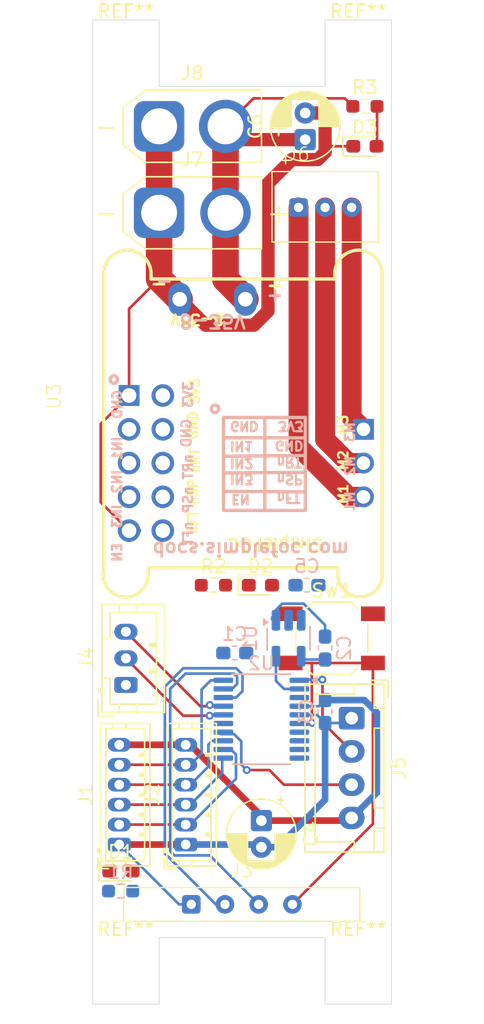
<source format=kicad_pcb>
(kicad_pcb (version 20241229) (generator "pcbnew") (generator_version "9.0")
  (layers (0 "F.Cu" signal) (2 "B.Cu" signal) (13 "F.Paste" user) (15 "B.Paste" user) (5 "F.SilkS" user "F.Silkscreen") (7 "B.SilkS" user "B.Silkscreen") (1 "F.Mask" user) (3 "B.Mask" user) (25 "Edge.Cuts" user))
  (net 0 "")
  (net 1 "GND")
  (net 2 "+3V3")
  (net 3 "/NRST")
  (net 4 "+BATT")
  (net 5 "Net-(D1-A)")
  (net 6 "Net-(D2-A)")
  (net 7 "/SPI_MISO")
  (net 8 "/SPI_MOSI")
  (net 9 "/SPI_SCK")
  (net 10 "/SPI_CS")
  (net 11 "/SWDIO")
  (net 12 "/SWCLK")
  (net 13 "/UART_TX")
  (net 14 "/UART_RX")
  (net 15 "/ENCODER_B")
  (net 16 "/ENCODER_A")
  (net 17 "Net-(J6-Pin_1)")
  (net 18 "Net-(J6-Pin_3)")
  (net 19 "Net-(J6-Pin_2)")
  (net 20 "/LED")
  (net 22 "/PWM3")
  (net 23 "/PWM1")
  (net 24 "/PWM2")
  (net 26 "/OSC_IN")
  (net 27 "/MOTOR_EN")
  (net 33 "Net-(D3-A)")
  (footprint "Connector_JST:JST_ZH_B6B-ZR_1x06_P1.50mm_Vertical" (layer "F.Cu") (at 128 116 90)
    (property "Reference" "J2" (at 3.75 -2.5 90) (layer "F.SilkS"))
    (property "Value" "ZH")
    (pad "1" thru_hole roundrect (at 0 0 90) (size 1.03 1.73) (drill 0.73) (layers "*.Cu" "*.Mask") (roundrect_rratio 0.242718) (net 1 "GND"))
    (pad "2" thru_hole oval (at 1.5 0 90) (size 1.03 1.73) (drill 0.73) (layers "*.Cu" "*.Mask") (net 9 "/SPI_SCK"))
    (pad "3" thru_hole oval (at 3 0 90) (size 1.03 1.73) (drill 0.73) (layers "*.Cu" "*.Mask") (net 10 "/SPI_CS"))
    (pad "4" thru_hole oval (at 4.5 0 90) (size 1.03 1.73) (drill 0.73) (layers "*.Cu" "*.Mask") (net 7 "/SPI_MISO"))
    (pad "5" thru_hole oval (at 6 0 90) (size 1.03 1.73) (drill 0.73) (layers "*.Cu" "*.Mask") (net 8 "/SPI_MOSI"))
    (pad "6" thru_hole oval (at 7.5 0 90) (size 1.03 1.73) (drill 0.73) (layers "*.Cu" "*.Mask") (net 2 "+3V3"))
  )
  (footprint "Connector:Pogo_magnet_1x04_P2.54mm" (layer "F.Cu") (at 128.42 120.5)
    (property "Reference" "J3" (at 3.81 -2.54 0) (layer "F.SilkS") (effects (font (thickness 0.1))))
    (property "Value" "pogo pin")
    (pad "1" thru_hole roundrect (at 0 0) (size 1.4 1.4) (drill 0.7) (layers "*.Cu" "*.Mask") (roundrect_rratio 0.1785714286) (net 1 "GND"))
    (pad "2" thru_hole circle (at 2.54 0) (size 1.4 1.4) (drill 0.7) (layers "*.Cu" "*.Mask") (net 11 "/SWDIO"))
    (pad "3" thru_hole circle (at 5.08 0) (size 1.4 1.4) (drill 0.7) (layers "*.Cu" "*.Mask") (net 12 "/SWCLK"))
    (pad "4" thru_hole circle (at 7.62 0) (size 1.4 1.4) (drill 0.7) (layers "*.Cu" "*.Mask") (net 3 "/NRST"))
  )
  (footprint "Capacitor_THT:CP_Radial_D5.0mm_P2.00mm" (layer "F.Cu") (at 133.7 114.2 -90)
    (property "Reference" "C4" (at 1 -3.75 90) (layer "F.SilkS"))
    (property "Value" "4.7u")
    (pad "1" thru_hole roundrect (at 0 0 270) (size 1.6 1.6) (drill 0.8) (layers "*.Cu" "*.Mask") (roundrect_rratio 0.15625) (net 2 "+3V3"))
    (pad "2" thru_hole circle (at 2 0 270) (size 1.6 1.6) (drill 0.8) (layers "*.Cu" "*.Mask") (net 1 "GND"))
  )
  (footprint "Connector_JST:JST_PA_1x03" (layer "F.Cu") (at 136.5 68.1)
    (property "Reference" "J6" (at 0 -4 0) (layer "F.SilkS") (effects (font (thickness 0.1))))
    (property "Value" "PA")
    (pad "1" thru_hole roundrect (at 0 0) (size 1.4 1.4) (drill 0.7) (layers "*.Cu" "*.Mask") (roundrect_rratio 0.1785714286) (net 17 "Net-(J6-Pin_1)"))
    (pad "2" thru_hole circle (at 2 0) (size 1.4 1.4) (drill 0.7) (layers "*.Cu" "*.Mask") (net 19 "Net-(J6-Pin_2)"))
    (pad "3" thru_hole circle (at 4 0) (size 1.4 1.4) (drill 0.7) (layers "*.Cu" "*.Mask") (net 18 "Net-(J6-Pin_3)"))
  )
  (footprint "Connector_AMASS:AMASS_XT30U-M_1x02_P5.0mm_Vertical" (layer "F.Cu") (at 126 68.5)
    (property "Reference" "J7" (at 2.5 -4 0) (layer "F.SilkS"))
    (property "Value" "XT_pad")
    (fp_text user "+" (at 9 0 0) (layer "F.SilkS") (effects (font (size 1.5 1.5))))
    (fp_text user "-" (at -4 0 0) (layer "F.SilkS") (effects (font (size 1.5 1.5))))
    (pad "1" thru_hole roundrect (at 0 0) (size 3.8 3.8) (drill 2.7) (layers "*.Cu" "*.Mask") (roundrect_rratio 0.2) (net 1 "GND"))
    (pad "2" thru_hole circle (at 5 0) (size 3.8 3.8) (drill 2.7) (layers "*.Cu" "*.Mask") (net 4 "+BATT"))
  )
  (footprint "MountingHole:MountingHole_2.2mm_M2" (layer "F.Cu") (at 141 56.5)
    (property "Reference" "REF**" (at 0 -3.15 0) (layer "F.SilkS"))
    (property "Value" "MountingHole_2.2mm_M2")
    (pad "" np_thru_hole circle (at 0 0) (size 2.2 2.2) (drill 2.2) (layers "*.Cu" "*.Mask"))
  )
  (footprint "Connector_JST:JST_PH_B3B-PH-K_1x03_P2.00mm_Vertical" (layer "F.Cu") (at 123.5 104 90)
    (property "Reference" "J4" (at 2 -2.9 90) (layer "F.SilkS"))
    (property "Value" "PH")
    (pad "1" thru_hole roundrect (at 0 0 90) (size 1.2 1.75) (drill 0.75) (layers "*.Cu" "*.Mask") (roundrect_rratio 0.208333) (net 1 "GND"))
    (pad "2" thru_hole oval (at 2 0 90) (size 1.2 1.75) (drill 0.75) (layers "*.Cu" "*.Mask") (net 14 "/UART_RX"))
    (pad "3" thru_hole oval (at 4 0 90) (size 1.2 1.75) (drill 0.75) (layers "*.Cu" "*.Mask") (net 13 "/UART_TX"))
  )
  (footprint "Resistor_SMD:R_0603_1608Metric_Pad0.98x0.95mm_HandSolder" (layer "F.Cu") (at 130.0875 96.5)
    (property "Reference" "R2" (at 0 -1.43 0) (layer "F.SilkS"))
    (property "Value" "560")
    (pad "1" smd roundrect (at -0.9125 0) (size 0.975 0.95) (layers "F.Cu" "F.Mask" "F.Paste") (net 20 "/LED"))
    (pad "2" smd roundrect (at 0.9125 0) (size 0.975 0.95) (layers "F.Cu" "F.Mask" "F.Paste") (net 6 "Net-(D2-A)"))
  )
  (footprint "LED_SMD:LED_0603_1608Metric_Pad1.05x0.95mm_HandSolder" (layer "F.Cu") (at 133.625 96.5)
    (property "Reference" "D2" (at 0 -1.43 0) (layer "F.SilkS"))
    (property "Value" "LED_Small")
    (pad "1" smd roundrect (at -0.875 0) (size 1.05 0.95) (layers "F.Cu" "F.Mask" "F.Paste") (net 1 "GND"))
    (pad "2" smd roundrect (at 0.875 0) (size 1.05 0.95) (layers "F.Cu" "F.Mask" "F.Paste") (net 6 "Net-(D2-A)"))
  )
  (footprint "MountingHole:MountingHole_2.2mm_M2" (layer "F.Cu") (at 141 125.5)
    (property "Reference" "REF**" (at 0 -3.15 0) (layer "F.SilkS"))
    (property "Value" "MountingHole_2.2mm_M2")
    (pad "" np_thru_hole circle (at 0 0) (size 2.2 2.2) (drill 2.2) (layers "*.Cu" "*.Mask"))
  )
  (footprint "Module:SimpleFOCMini" (layer "F.Cu") (at 123.737 82.239 90)
    (property "Reference" "U3" (at -0.062 -5.655 90) (layer "F.SilkS") (effects (font (thickness 0.1))))
    (property "Value" "~")
    (fp_text user "-" (at 8.3 3 180) (layer "F.SilkS") (effects (font (thickness 0.203)) (justify left)))
    (fp_text user "nFT" (at -10.541 4.826 90) (layer "F.SilkS") (effects (font (size 0.7 0.7) (thickness 0.203)) (justify left)))
    (fp_text user "8-35V" (at 5.715 7.239 180) (layer "F.SilkS") (effects (font (size 0.8 0.8) (thickness 0.203)) (justify left)))
    (fp_text user "M1" (at -8.255 16.129 90) (layer "F.SilkS") (effects (font (size 0.7 0.7) (thickness 0.203)) (justify left)))
    (fp_text user "3V3" (at -0.762 4.953 90) (layer "F.SilkS") (effects (font (size 0.7 0.7) (thickness 0.203)) (justify left)))
    (fp_text user "GND" (at -3.429 4.826 90) (layer "F.SilkS") (effects (font (size 0.7 0.7) (thickness 0.203)) (justify left)))
    (fp_text user "nSP" (at -8.382 4.826 90) (layer "F.SilkS") (effects (font (size 0.7 0.7) (thickness 0.203)) (justify left)))
    (fp_text user "M3" (at -3.048 16.129 90) (layer "F.SilkS") (effects (font (size 0.7 0.7) (thickness 0.203)) (justify left)))
    (fp_text user "+" (at 7.493 10.922 90) (layer "F.SilkS") (effects (font (thickness 0.203)) (justify left)))
    (fp_text user "SimpleFOC" (at -11.176 14.732 180) (layer "F.SilkS") (effects (font (size 0.9 0.9) (thickness 0.203)) (justify left)))
    (fp_text user "nRT" (at -5.969 4.953 90) (layer "F.SilkS") (effects (font (size 0.7 0.7) (thickness 0.203)) (justify left)))
    (fp_text user "M2" (at -5.715 16.129 90) (layer "F.SilkS") (effects (font (size 0.7 0.7) (thickness 0.203)) (justify left)))
    (fp_text user "8-35V" (at 5.588 3.683 180) (layer "B.SilkS") (effects (font (thickness 0.203)) (justify left mirror)))
    (fp_text user "M1" (at -7.112 16.637 90) (layer "B.SilkS") (effects (font (size 0.7 0.7) (thickness 0.203)) (justify left mirror)))
    (fp_text user "GND" (at -3.764 10.873 180) (layer "B.SilkS") (effects (font (size 0.7 0.7) (thickness 0.203)) (justify left mirror)))
    (fp_text user "+" (at 8.255 10.922 90) (layer "B.SilkS") (effects (font (thickness 0.203)) (justify left mirror)))
    (fp_text user "3V3" (at 1.143 4.445 90) (layer "B.SilkS") (effects (font (size 0.7 0.7) (thickness 0.203)) (justify left mirror)))
    (fp_text user "IN1" (at -3 -0.889 90) (layer "B.SilkS") (effects (font (size 0.7 0.7) (thickness 0.203)) (justify left mirror)))
    (fp_text user "M3" (at -1.905 16.637 90) (layer "B.SilkS") (effects (font (size 0.7 0.7) (thickness 0.203)) (justify left mirror)))
    (fp_text user "nRT" (at -4.318 4.445 90) (layer "B.SilkS") (effects (font (size 0.7 0.7) (thickness 0.203)) (justify left mirror)))
    (fp_text user "IN2" (at -5.1 7.493 180) (layer "B.SilkS") (effects (font (size 0.7 0.7) (thickness 0.203)) (justify left mirror)))
    (fp_text user "EN" (at -11 -0.9 90) (layer "B.SilkS") (effects (font (size 0.7 0.7) (thickness 0.203)) (justify left mirror)))
    (fp_text user "IN3" (at -8.1 -0.9 90) (layer "B.SilkS") (effects (font (size 0.7 0.7) (thickness 0.203)) (justify left mirror)))
    (fp_text user "nFT" (at -9.398 4.445 90) (layer "B.SilkS") (effects (font (size 0.7 0.7) (thickness 0.203)) (justify left mirror)))
    (fp_text user "GND" (at -1.651 4.318 90) (layer "B.SilkS") (effects (font (size 0.7 0.7) (thickness 0.203)) (justify left mirror)))
    (fp_text user "IN2" (at -5.5 -0.9 90) (layer "B.SilkS") (effects (font (size 0.7 0.7) (thickness 0.203)) (justify left mirror)))
    (fp_text user "nRT" (at -5.034 11 180) (layer "B.SilkS") (effects (font (size 0.7 0.7) (thickness 0.203)) (justify left mirror)))
    (fp_text user "nSP" (at -6.731 4.445 90) (layer "B.SilkS") (effects (font (size 0.7 0.7) (thickness 0.203)) (justify left mirror)))
    (fp_text user "GND" (at -2.3 7.493 180) (layer "B.SilkS") (effects (font (size 0.7 0.7) (thickness 0.203)) (justify left mirror)))
    (fp_text user "nSP" (at -6.303 11 180) (layer "B.SilkS") (effects (font (size 0.7 0.7) (thickness 0.203)) (justify left mirror)))
    (fp_text user "IN3" (at -6.3 7.5 180) (layer "B.SilkS") (effects (font (size 0.7 0.7) (thickness 0.203)) (justify left mirror)))
    (fp_text user "M2" (at -4.445 16.637 90) (layer "B.SilkS") (effects (font (size 0.7 0.7) (thickness 0.203)) (justify left mirror)))
    (fp_text user "docs.simplefoc.com" (at -11.557 1.651 180) (layer "B.SilkS") (effects (font (thickness 0.203)) (justify left mirror)))
    (fp_text user "IN1" (at -3.8 7.493 180) (layer "B.SilkS") (effects (font (size 0.7 0.7) (thickness 0.203)) (justify left mirror)))
    (fp_text user "3V3" (at -2.3 11.1 180) (layer "B.SilkS") (effects (font (size 0.7 0.7) (thickness 0.203)) (justify left mirror)))
    (fp_text user "-" (at 8.509 1.905 180) (layer "B.SilkS") (effects (font (thickness 0.203)) (justify left mirror)))
    (fp_text user "GND" (at 0.508 -0.889 90) (layer "B.SilkS") (effects (font (size 0.7 0.7) (thickness 0.203)) (justify left mirror)))
    (fp_text user "nFT" (at -7.7 11 180) (layer "B.SilkS") (effects (font (size 0.7 0.7) (thickness 0.203)) (justify left mirror)))
    (fp_text user "EN" (at -7.8 7.6 180) (layer "B.SilkS") (effects (font (size 0.7 0.7) (thickness 0.203)) (justify left mirror)))
    (pad "1" thru_hole rect (at 0 0 270) (size 1.575 1.575) (drill 1.1) (layers "*.Cu" "*.Paste" "*.Mask") (net 1 "GND"))
    (pad "2" thru_hole circle (at 0 2.54 270) (size 1.7 1.7) (drill 1.1) (layers "*.Cu" "*.Paste" "*.Mask") (net 23 "/PWM1"))
    (pad "3" thru_hole circle (at -2.54 0 270) (size 1.7 1.7) (drill 1.1) (layers "*.Cu" "*.Paste" "*.Mask") (net 24 "/PWM2"))
    (pad "4" thru_hole circle (at -2.54 2.54 270) (size 1.7 1.7) (drill 1.1) (layers "*.Cu" "*.Paste" "*.Mask") (net 22 "/PWM3"))
    (pad "5" thru_hole circle (at -5.08 0 270) (size 1.7 1.7) (drill 1.1) (layers "*.Cu" "*.Paste" "*.Mask") (net 27 "/MOTOR_EN"))
    (pad "6" thru_hole circle (at -5.08 2.54 270) (size 1.7 1.7) (drill 1.1) (layers "*.Cu" "*.Paste" "*.Mask"))
    (pad "7" thru_hole circle (at -7.62 0 270) (size 1.7 1.7) (drill 1.1) (layers "*.Cu" "*.Paste" "*.Mask"))
    (pad "8" thru_hole circle (at -7.62 2.54 270) (size 1.7 1.7) (drill 1.1) (layers "*.Cu" "*.Paste" "*.Mask"))
    (pad "9" thru_hole circle (at -10.16 0 270) (size 1.7 1.7) (drill 1.1) (layers "*.Cu" "*.Paste" "*.Mask") (net 1 "GND"))
    (pad "10" thru_hole circle (at -10.16 2.54 270) (size 1.7 1.7) (drill 1.1) (layers "*.Cu" "*.Paste" "*.Mask"))
    (pad "11" thru_hole circle (at -7.62 17.653 270) (size 1.575 1.575) (drill 1.02) (layers "*.Cu" "*.Paste" "*.Mask") (net 17 "Net-(J6-Pin_1)"))
    (pad "12" thru_hole circle (at -5.08 17.653 270) (size 1.575 1.575) (drill 1.02) (layers "*.Cu" "*.Paste" "*.Mask") (net 19 "Net-(J6-Pin_2)"))
    (pad "13" thru_hole rect (at -2.54 17.653 270) (size 1.575 1.575) (drill 1.02) (layers "*.Cu" "*.Paste" "*.Mask") (net 18 "Net-(J6-Pin_3)"))
    (pad "14" thru_hole oval (at 7.239 8.763 180) (size 1.7 2.5) (drill 1.1) (layers "*.Cu" "*.Paste" "*.Mask") (net 4 "+BATT"))
    (pad "15" thru_hole oval (at 7.239 3.81 180) (size 1.7 2.5) (drill 1.1) (layers "*.Cu" "*.Paste" "*.Mask") (net 1 "GND"))
  )
  (footprint "Resistor_SMD:R_0603_1608Metric_Pad0.98x0.95mm_HandSolder" (layer "F.Cu") (at 141.5 60.5)
    (property "Reference" "R3" (at 0 -1.43 0) (layer "F.SilkS"))
    (property "Value" "10k")
    (pad "1" smd roundrect (at -0.9125 0) (size 0.975 0.95) (layers "F.Cu" "F.Mask" "F.Paste") (net 4 "+BATT"))
    (pad "2" smd roundrect (at 0.9125 0) (size 0.975 0.95) (layers "F.Cu" "F.Mask" "F.Paste") (net 33 "Net-(D3-A)"))
  )
  (footprint "MountingHole:MountingHole_2.2mm_M2" (layer "F.Cu") (at 123.5 56.5)
    (property "Reference" "REF**" (at 0 -3.15 0) (layer "F.SilkS"))
    (property "Value" "MountingHole_2.2mm_M2")
    (pad "" np_thru_hole circle (at 0 0) (size 2.2 2.2) (drill 2.2) (layers "*.Cu" "*.Mask"))
  )
  (footprint "Connector_AMASS:AMASS_XT30U-F_1x02_P5.0mm_Vertical" (layer "F.Cu") (at 126 62)
    (property "Reference" "J8" (at 2.5 -4 0) (layer "F.SilkS"))
    (property "Value" "XT_pad")
    (fp_text user "-" (at -4 0 0) (layer "F.SilkS") (effects (font (size 1.5 1.5))))
    (fp_text user "+" (at 9 0 0) (layer "F.SilkS") (effects (font (size 1.5 1.5))))
    (pad "1" thru_hole roundrect (at 0 0) (size 3.8 3.8) (drill 2.7) (layers "*.Cu" "*.Mask") (roundrect_rratio 0.2) (net 1 "GND"))
    (pad "2" thru_hole circle (at 5 0) (size 4 4) (drill 2.7) (layers "*.Cu" "*.Mask") (net 4 "+BATT"))
  )
  (footprint "LED_SMD:LED_0603_1608Metric_Pad1.05x0.95mm_HandSolder" (layer "F.Cu") (at 123.125 118)
    (property "Reference" "D1" (at 0 -1.43 0) (layer "F.SilkS"))
    (property "Value" "LED_Small")
    (pad "1" smd roundrect (at -0.875 0) (size 1.05 0.95) (layers "F.Cu" "F.Mask" "F.Paste") (net 1 "GND"))
    (pad "2" smd roundrect (at 0.875 0) (size 1.05 0.95) (layers "F.Cu" "F.Mask" "F.Paste") (net 5 "Net-(D1-A)"))
  )
  (footprint "LED_SMD:LED_0603_1608Metric_Pad1.05x0.95mm_HandSolder" (layer "F.Cu") (at 141.5 63.5)
    (property "Reference" "D3" (at 0 -1.43 0) (layer "F.SilkS"))
    (property "Value" "LED_Small")
    (pad "1" smd roundrect (at -0.875 0) (size 1.05 0.95) (layers "F.Cu" "F.Mask" "F.Paste") (net 1 "GND"))
    (pad "2" smd roundrect (at 0.875 0) (size 1.05 0.95) (layers "F.Cu" "F.Mask" "F.Paste") (net 33 "Net-(D3-A)"))
  )
  (footprint "Connector_JST:JST_ZH_B6B-ZR_1x06_P1.50mm_Vertical" (layer "F.Cu") (at 123 116 90)
    (property "Reference" "J1" (at 3.75 -2.5 90) (layer "F.SilkS"))
    (property "Value" "ZH")
    (pad "1" thru_hole roundrect (at 0 0 90) (size 1.03 1.73) (drill 0.73) (layers "*.Cu" "*.Mask") (roundrect_rratio 0.242718) (net 1 "GND"))
    (pad "2" thru_hole oval (at 1.5 0 90) (size 1.03 1.73) (drill 0.73) (layers "*.Cu" "*.Mask") (net 9 "/SPI_SCK"))
    (pad "3" thru_hole oval (at 3 0 90) (size 1.03 1.73) (drill 0.73) (layers "*.Cu" "*.Mask") (net 10 "/SPI_CS"))
    (pad "4" thru_hole oval (at 4.5 0 90) (size 1.03 1.73) (drill 0.73) (layers "*.Cu" "*.Mask") (net 7 "/SPI_MISO"))
    (pad "5" thru_hole oval (at 6 0 90) (size 1.03 1.73) (drill 0.73) (layers "*.Cu" "*.Mask") (net 8 "/SPI_MOSI"))
    (pad "6" thru_hole oval (at 7.5 0 90) (size 1.03 1.73) (drill 0.73) (layers "*.Cu" "*.Mask") (net 2 "+3V3"))
  )
  (footprint "MountingHole:MountingHole_2.2mm_M2" (layer "F.Cu") (at 123.5 125.5)
    (property "Reference" "REF**" (at 0 -3.15 0) (layer "F.SilkS"))
    (property "Value" "MountingHole_2.2mm_M2")
    (pad "" np_thru_hole circle (at 0 0) (size 2.2 2.2) (drill 2.2) (layers "*.Cu" "*.Mask"))
  )
  (footprint "Capacitor_THT:CP_Radial_D5.0mm_P2.00mm" (layer "F.Cu") (at 137 63 90)
    (property "Reference" "C6" (at 1 -3.75 90) (layer "F.SilkS"))
    (property "Value" "47u")
    (pad "1" thru_hole roundrect (at 0 0 90) (size 1.6 1.6) (drill 0.8) (layers "*.Cu" "*.Mask") (roundrect_rratio 0.15625) (net 4 "+BATT"))
    (pad "2" thru_hole circle (at 2 0 90) (size 1.6 1.6) (drill 0.8) (layers "*.Cu" "*.Mask") (net 1 "GND"))
  )
  (footprint "Connector_JST:JST_XH_B4B-XH-A_1x04_P2.50mm_Vertical" (layer "F.Cu") (at 140.5 106.5 -90)
    (property "Reference" "J5" (at 3.75 -3.55 90) (layer "F.SilkS"))
    (property "Value" "XH")
    (pad "1" thru_hole roundrect (at 0 0 270) (size 1.7 1.95) (drill 0.95) (layers "*.Cu" "*.Mask") (roundrect_rratio 0.147059) (net 1 "GND"))
    (pad "2" thru_hole oval (at 2.5 0 270) (size 1.7 1.95) (drill 0.95) (layers "*.Cu" "*.Mask") (net 15 "/ENCODER_B"))
    (pad "3" thru_hole oval (at 5 0 270) (size 1.7 1.95) (drill 0.95) (layers "*.Cu" "*.Mask") (net 16 "/ENCODER_A"))
    (pad "4" thru_hole oval (at 7.5 0 270) (size 1.7 1.95) (drill 0.95) (layers "*.Cu" "*.Mask") (net 2 "+3V3"))
  )
  (footprint "Button_Switch_SMD:SW_SPST_SKQG_WithStem" (layer "F.Cu") (at 139 100.5)
    (property "Reference" "SW1" (at 0 -3.6 0) (layer "F.SilkS"))
    (property "Value" "SW_Push")
    (pad "1" smd rect (at -3.1 -1.85) (size 1.8 1.1) (layers "F.Cu" "F.Mask" "F.Paste") (net 1 "GND"))
    (pad "1" smd rect (at 3.1 -1.85) (size 1.8 1.1) (layers "F.Cu" "F.Mask" "F.Paste") (net 1 "GND"))
    (pad "2" smd rect (at -3.1 1.85) (size 1.8 1.1) (layers "F.Cu" "F.Mask" "F.Paste") (net 3 "/NRST"))
    (pad "2" smd rect (at 3.1 1.85) (size 1.8 1.1) (layers "F.Cu" "F.Mask" "F.Paste") (net 3 "/NRST"))
  )
  (footprint "Capacitor_SMD:C_0603_1608Metric_Pad1.08x0.95mm_HandSolder" (layer "B.Cu") (at 138.5 101.22749 90)
    (property "Reference" "C2" (at 0 1.43 90) (layer "B.SilkS") (effects (justify mirror)))
    (property "Value" "0.1u")
    (pad "1" smd roundrect (at -0.8625 0 90) (size 1.075 0.95) (layers "B.Cu" "B.Mask" "B.Paste") (net 2 "+3V3"))
    (pad "2" smd roundrect (at 0.8625 0 90) (size 1.075 0.95) (layers "B.Cu" "B.Mask" "B.Paste") (net 1 "GND"))
  )
  (footprint "Package_SO:TSSOP-20_4.4x6.5mm_P0.65mm" (layer "B.Cu") (at 133.7 106.575 180)
    (property "Reference" "U2" (at 0 4.2 0) (layer "B.SilkS") (effects (justify mirror)))
    (property "Value" "STM32C011F4Px")
    (pad "1" smd roundrect (at -2.8625 2.925 180) (size 1.475 0.4) (layers "B.Cu" "B.Mask" "B.Paste") (net 15 "/ENCODER_B"))
    (pad "2" smd roundrect (at -2.8625 2.275 180) (size 1.475 0.4) (layers "B.Cu" "B.Mask" "B.Paste") (net 26 "/OSC_IN"))
    (pad "3" smd roundrect (at -2.8625 1.625 180) (size 1.475 0.4) (layers "B.Cu" "B.Mask" "B.Paste"))
    (pad "4" smd roundrect (at -2.8625 0.975 180) (size 1.475 0.4) (layers "B.Cu" "B.Mask" "B.Paste") (net 2 "+3V3"))
    (pad "5" smd roundrect (at -2.8625 0.325 180) (size 1.475 0.4) (layers "B.Cu" "B.Mask" "B.Paste") (net 1 "GND"))
    (pad "6" smd roundrect (at -2.8625 -0.325 180) (size 1.475 0.4) (layers "B.Cu" "B.Mask" "B.Paste") (net 3 "/NRST"))
    (pad "7" smd roundrect (at -2.8625 -0.975 180) (size 1.475 0.4) (layers "B.Cu" "B.Mask" "B.Paste") (net 23 "/PWM1"))
    (pad "8" smd roundrect (at -2.8625 -1.625 180) (size 1.475 0.4) (layers "B.Cu" "B.Mask" "B.Paste") (net 24 "/PWM2"))
    (pad "9" smd roundrect (at -2.8625 -2.275 180) (size 1.475 0.4) (layers "B.Cu" "B.Mask" "B.Paste") (net 22 "/PWM3"))
    (pad "10" smd roundrect (at -2.8625 -2.925 180) (size 1.475 0.4) (layers "B.Cu" "B.Mask" "B.Paste") (net 27 "/MOTOR_EN"))
    (pad "11" smd roundrect (at 2.8625 -2.925 180) (size 1.475 0.4) (layers "B.Cu" "B.Mask" "B.Paste") (net 10 "/SPI_CS"))
    (pad "12" smd roundrect (at 2.8625 -2.275 180) (size 1.475 0.4) (layers "B.Cu" "B.Mask" "B.Paste") (net 9 "/SPI_SCK"))
    (pad "13" smd roundrect (at 2.8625 -1.625 180) (size 1.475 0.4) (layers "B.Cu" "B.Mask" "B.Paste") (net 7 "/SPI_MISO"))
    (pad "14" smd roundrect (at 2.8625 -0.975 180) (size 1.475 0.4) (layers "B.Cu" "B.Mask" "B.Paste") (net 16 "/ENCODER_A"))
    (pad "15" smd roundrect (at 2.8625 -0.325 180) (size 1.475 0.4) (layers "B.Cu" "B.Mask" "B.Paste") (net 20 "/LED"))
    (pad "16" smd roundrect (at 2.8625 0.325 180) (size 1.475 0.4) (layers "B.Cu" "B.Mask" "B.Paste") (net 14 "/UART_RX"))
    (pad "17" smd roundrect (at 2.8625 0.975 180) (size 1.475 0.4) (layers "B.Cu" "B.Mask" "B.Paste") (net 13 "/UART_TX"))
    (pad "18" smd roundrect (at 2.8625 1.625 180) (size 1.475 0.4) (layers "B.Cu" "B.Mask" "B.Paste") (net 11 "/SWDIO"))
    (pad "19" smd roundrect (at 2.8625 2.275 180) (size 1.475 0.4) (layers "B.Cu" "B.Mask" "B.Paste") (net 12 "/SWCLK"))
    (pad "20" smd roundrect (at 2.8625 2.925 180) (size 1.475 0.4) (layers "B.Cu" "B.Mask" "B.Paste") (net 8 "/SPI_MOSI"))
  )
  (footprint "Capacitor_SMD:C_0603_1608Metric_Pad1.08x0.95mm_HandSolder" (layer "B.Cu") (at 137.1375 96.5 180)
    (property "Reference" "C5" (at 0 1.43 0) (layer "B.SilkS") (effects (justify mirror)))
    (property "Value" "0.1u")
    (pad "1" smd roundrect (at -0.8625 0 180) (size 1.075 0.95) (layers "B.Cu" "B.Mask" "B.Paste") (net 3 "/NRST"))
    (pad "2" smd roundrect (at 0.8625 0 180) (size 1.075 0.95) (layers "B.Cu" "B.Mask" "B.Paste") (net 1 "GND"))
  )
  (footprint "Capacitor_SMD:C_0603_1608Metric_Pad1.08x0.95mm_HandSolder" (layer "B.Cu") (at 138.5 106 -90)
    (property "Reference" "C3" (at 0 1.43 90) (layer "B.SilkS") (effects (justify mirror)))
    (property "Value" "0.1u")
    (pad "1" smd roundrect (at -0.8625 0 270) (size 1.075 0.95) (layers "B.Cu" "B.Mask" "B.Paste") (net 2 "+3V3"))
    (pad "2" smd roundrect (at 0.8625 0 270) (size 1.075 0.95) (layers "B.Cu" "B.Mask" "B.Paste") (net 1 "GND"))
  )
  (footprint "Capacitor_SMD:C_0603_1608Metric_Pad1.08x0.95mm_HandSolder" (layer "B.Cu") (at 131.7 101.6 180)
    (property "Reference" "C1" (at 0 1.43 0) (layer "B.SilkS") (effects (justify mirror)))
    (property "Value" "1u")
    (pad "1" smd roundrect (at -0.8625 0 180) (size 1.075 0.95) (layers "B.Cu" "B.Mask" "B.Paste") (net 2 "+3V3"))
    (pad "2" smd roundrect (at 0.8625 0 180) (size 1.075 0.95) (layers "B.Cu" "B.Mask" "B.Paste") (net 1 "GND"))
  )
  (footprint "Package_TO_SOT_SMD:SOT-23-5_HandSoldering" (layer "B.Cu") (at 135.75 100.48999 -90)
    (property "Reference" "U1" (at 0 2.9 90) (layer "B.SilkS") (effects (justify mirror)))
    (property "Value" "~")
    (pad "1" smd roundrect (at -1.35 0.95 270) (size 1.56 0.65) (layers "B.Cu" "B.Mask" "B.Paste") (net 1 "GND"))
    (pad "2" smd roundrect (at -1.35 0 270) (size 1.56 0.65) (layers "B.Cu" "B.Mask" "B.Paste"))
    (pad "3" smd roundrect (at -1.35 -0.95 270) (size 1.56 0.65) (layers "B.Cu" "B.Mask" "B.Paste"))
    (pad "4" smd roundrect (at 1.35 -0.95 270) (size 1.56 0.65) (layers "B.Cu" "B.Mask" "B.Paste") (net 2 "+3V3"))
    (pad "5" smd roundrect (at 1.35 0.95 270) (size 1.56 0.65) (layers "B.Cu" "B.Mask" "B.Paste") (net 26 "/OSC_IN"))
  )
  (footprint "Resistor_SMD:R_0603_1608Metric_Pad0.98x0.95mm_HandSolder" (layer "B.Cu") (at 123.1 119.5 180)
    (property "Reference" "R1" (at 0 1.43 0) (layer "B.SilkS") (effects (justify mirror)))
    (property "Value" "560")
    (pad "1" smd roundrect (at -0.9125 0 180) (size 0.975 0.95) (layers "B.Cu" "B.Mask" "B.Paste") (net 2 "+3V3"))
    (pad "2" smd roundrect (at 0.9125 0 180) (size 0.975 0.95) (layers "B.Cu" "B.Mask" "B.Paste") (net 5 "Net-(D1-A)"))
  )
  (gr_line (start 138.5 123) (end 138.5 128) (stroke (width 0.05)) (layer "Edge.Cuts"))
  (gr_line (start 138.5 59) (end 138.5 54) (stroke (width 0.05)) (layer "Edge.Cuts"))
  (gr_line (start 126 128) (end 121 128) (stroke (width 0.05)) (layer "Edge.Cuts"))
  (gr_line (start 138.5 123) (end 126 123) (stroke (width 0.05)) (layer "Edge.Cuts"))
  (gr_line (start 126 59) (end 138.5 59) (stroke (width 0.05)) (layer "Edge.Cuts"))
  (gr_line (start 138.5 54) (end 143.5 54) (stroke (width 0.05)) (layer "Edge.Cuts"))
  (gr_line (start 138.5 128) (end 143.5 128) (stroke (width 0.05)) (layer "Edge.Cuts"))
  (gr_line (start 143.5 54) (end 143.5 128) (stroke (width 0.05)) (layer "Edge.Cuts"))
  (gr_line (start 126 123) (end 126 128) (stroke (width 0.05)) (layer "Edge.Cuts"))
  (gr_line (start 121 128) (end 121 54) (stroke (width 0.05)) (layer "Edge.Cuts"))
  (gr_line (start 121 54) (end 126 54) (stroke (width 0.05)) (layer "Edge.Cuts"))
  (gr_line (start 126 54) (end 126 59) (stroke (width 0.05)) (layer "Edge.Cuts"))
  (segment (start 121.601 90.263) (end 123.737 92.399) (width 0.2) (layer "F.Cu") (net 1))
  (segment (start 136.024078 64.475922) (end 134.201 66.299) (width 1) (layer "F.Cu") (net 1))
  (segment (start 123.737 82.239) (end 121.601 84.375) (width 0.2) (layer "F.Cu") (net 1))
  (segment (start 126 68.5) (end 126 73.453) (width 2) (layer "F.Cu") (net 1))
  (segment (start 129.498 76.951) (end 127.547 75) (width 1) (layer "F.Cu") (net 1))
  (segment (start 137 61) (end 138.13137 61) (width 1) (layer "F.Cu") (net 1))
  (segment (start 123.737 75.716) (end 126 73.453) (width 0.2) (layer "F.Cu") (net 1))
  (segment (start 138.501 61.36963) (end 138.501 63.5) (width 1) (layer "F.Cu") (net 1))
  (segment (start 126 73.453) (end 127.547 75) (width 2) (layer "F.Cu") (net 1))
  (segment (start 138.501 63.5) (end 138.501 63.950844) (width 1) (layer "F.Cu") (net 1))
  (segment (start 137.950844 64.501) (end 136.049156 64.501) (width 1) (layer "F.Cu") (net 1))
  (segment (start 134.201 66.299) (end 134.201 75.892445) (width 1) (layer "F.Cu") (net 1))
  (segment (start 128 116) (end 123 116) (width 0.5) (layer "F.Cu") (net 1))
  (segment (start 121.601 84.375) (end 121.601 90.263) (width 0.2) (layer "F.Cu") (net 1))
  (segment (start 136.049156 64.501) (end 136.024078 64.475922) (width 1) (layer "F.Cu") (net 1))
  (segment (start 126 62) (end 126 68.5) (width 2) (layer "F.Cu") (net 1))
  (segment (start 133.142445 76.951) (end 129.498 76.951) (width 1) (layer "F.Cu") (net 1))
  (segment (start 138.13137 61) (end 138.501 61.36963) (width 1) (layer "F.Cu") (net 1))
  (segment (start 140.625 63.5) (end 138.501 63.5) (width 0.2) (layer "F.Cu") (net 1))
  (segment (start 123.737 82.239) (end 123.737 75.716) (width 0.2) (layer "F.Cu") (net 1))
  (segment (start 138.501 63.950844) (end 137.950844 64.501) (width 1) (layer "F.Cu") (net 1))
  (segment (start 134.201 75.892445) (end 133.142445 76.951) (width 1) (layer "F.Cu") (net 1))
  (segment (start 135.270001 97.88999) (end 134.8 98.359991) (width 0.2) (layer "B.Cu") (net 1))
  (segment (start 134.66001 99) (end 134.8 99.13999) (width 0.5) (layer "B.Cu") (net 1))
  (segment (start 137.8875 106.25) (end 136.3625 106.25) (width 0.2) (layer "B.Cu") (net 1))
  (segment (start 134.65 98.98999) (end 134.8 99.13999) (width 0.5) (layer "B.Cu") (net 1))
  (segment (start 128 116) (end 133.5 116) (width 0.5) (layer "B.Cu") (net 1))
  (segment (start 138.5 100.36499) (end 138.5 99.5) (width 0.2) (layer "B.Cu") (net 1))
  (segment (start 140.1375 106.8625) (end 140.5 106.5) (width 0.2) (layer "B.Cu") (net 1))
  (segment (start 127.5 120.5) (end 123 116) (width 0.2) (layer "B.Cu") (net 1))
  (segment (start 133.5 116) (end 133.7 116.2) (width 0.5) (layer "B.Cu") (net 1))
  (segment (start 138.5 106.8625) (end 140.1375 106.8625) (width 0.2) (layer "B.Cu") (net 1))
  (segment (start 128.42 120.5) (end 127.5 120.5) (width 0.2) (layer "B.Cu") (net 1))
  (segment (start 134.8 98.359991) (end 134.8 99.13999) (width 0.2) (layer "B.Cu") (net 1))
  (segment (start 138.5 106.8625) (end 137.8875 106.25) (width 0.2) (layer "B.Cu") (net 1))
  (segment (start 134.93137 116.2) (end 138.5 112.63137) (width 0.5) (layer "B.Cu") (net 1))
  (segment (start 136.88999 97.88999) (end 135.270001 97.88999) (width 0.2) (layer "B.Cu") (net 1))
  (segment (start 133.2 116) (end 133.6 116.4) (width 0.5) (layer "B.Cu") (net 1))
  (segment (start 124.399 92.399) (end 123.737 92.399) (width 0.5) (layer "B.Cu") (net 1))
  (segment (start 138.5 99.5) (end 136.88999 97.88999) (width 0.2) (layer "B.Cu") (net 1))
  (segment (start 138.5 112.63137) (end 138.5 106.8625) (width 0.5) (layer "B.Cu") (net 1))
  (segment (start 133.7 116.2) (end 134.93137 116.2) (width 0.5) (layer "B.Cu") (net 1))
  (segment (start 123 108.5) (end 128 108.5) (width 0.5) (layer "F.Cu") (net 2))
  (segment (start 128 108.5) (end 128.35 108.5) (width 0.5) (layer "F.Cu") (net 2))
  (segment (start 133.7 114.2) (end 140.3 114.2) (width 0.5) (layer "F.Cu") (net 2))
  (segment (start 128.35 108.5) (end 133.7 113.85) (width 0.5) (layer "F.Cu") (net 2))
  (segment (start 140.3 114.2) (end 140.5 114) (width 0.5) (layer "F.Cu") (net 2))
  (segment (start 133.7 113.85) (end 133.7 114.2) (width 0.5) (layer "F.Cu") (net 2))
  (segment (start 138.5 105.1375) (end 138.0375 105.6) (width 0.2) (layer "B.Cu") (net 2))
  (segment (start 142.4 106.076708) (end 141.460792 105.1375) (width 0.5) (layer "B.Cu") (net 2))
  (segment (start 138.5 102.08999) (end 136.95 102.08999) (width 0.2) (layer "B.Cu") (net 2))
  (segment (start 136.95 102.08999) (end 136.7 101.83999) (width 0.2) (layer "B.Cu") (net 2))
  (segment (start 138.0375 105.6) (end 136.3625 105.6) (width 0.2) (layer "B.Cu") (net 2))
  (segment (start 142.4 112.1) (end 142.4 106.076708) (width 0.5) (layer "B.Cu") (net 2))
  (segment (start 140.5 114) (end 142.4 112.1) (width 0.5) (layer "B.Cu") (net 2))
  (segment (start 141.460792 105.1375) (end 138.5 105.1375) (width 0.5) (layer "B.Cu") (net 2))
  (segment (start 137.525 106.854455) (end 137.5 106.829455) (width 0.2) (layer "F.Cu") (net 3))
  (segment (start 142.1 102.35) (end 137.5 102.35) (width 0.2) (layer "F.Cu") (net 3))
  (segment (start 137.5 102.35) (end 135.9 102.35) (width 0.2) (layer "F.Cu") (net 3))
  (segment (start 142.1 102.35) (end 142.1 114.44) (width 0.2) (layer "F.Cu") (net 3))
  (segment (start 142.1 114.44) (end 136.04 120.5) (width 0.2) (layer "F.Cu") (net 3))
  (segment (start 137.5 106.829455) (end 137.5 102.35) (width 0.2) (layer "F.Cu") (net 3))
  (via (at 137.525 106.854455) (size 0.6) (drill 0.3) (layers "F.Cu" "B.Cu") (net 3))
  (segment (start 137.479455 106.9) (end 137.525 106.854455) (width 0.2) (layer "B.Cu") (net 3))
  (segment (start 136.5625 106.9) (end 137.479455 106.9) (width 0.2) (layer "B.Cu") (net 3))
  (segment (start 131 73.5) (end 132.5 75) (width 2) (layer "F.Cu") (net 4))
  (segment (start 133.101 59.899) (end 131 62) (width 0.2) (layer "F.Cu") (net 4))
  (segment (start 140.5875 60.5) (end 139.9865 59.899) (width 0.2) (layer "F.Cu") (net 4))
  (segment (start 139.9865 59.899) (end 133.101 59.899) (width 0.2) (layer "F.Cu") (net 4))
  (segment (start 132 63) (end 131 62) (width 1) (layer "F.Cu") (net 4))
  (segment (start 131 68.5) (end 131 73.5) (width 2) (layer "F.Cu") (net 4))
  (segment (start 131 62) (end 131 68.5) (width 2) (layer "F.Cu") (net 4))
  (segment (start 137 63) (end 132 63) (width 1) (layer "F.Cu") (net 4))
  (segment (start 123 111.5) (end 128 111.5) (width 0.2) (layer "F.Cu") (net 7))
  (segment (start 130 108.2) (end 130.75 108.2) (width 0.2) (layer "B.Cu") (net 7))
  (segment (start 129.7115 110.1385) (end 129.7115 108.4885) (width 0.2) (layer "B.Cu") (net 7))
  (segment (start 129.7115 108.4885) (end 130 108.2) (width 0.2) (layer "B.Cu") (net 7))
  (segment (start 128 111.5) (end 128.35 111.5) (width 0.2) (layer "B.Cu") (net 7))
  (segment (start 128.35 111.5) (end 129.7115 110.1385) (width 0.2) (layer "B.Cu") (net 7))
  (segment (start 123 110) (end 128 110) (width 0.2) (layer "F.Cu") (net 8))
  (segment (start 128.35 110) (end 129.2 109.15) (width 0.2) (layer "B.Cu") (net 8))
  (segment (start 129.900001 103.65) (end 130.6375 103.65) (width 0.2) (layer "B.Cu") (net 8))
  (segment (start 128 110) (end 128.35 110) (width 0.2) (layer "B.Cu") (net 8))
  (segment (start 129.2 109.15) (end 129.2 104.350001) (width 0.2) (layer "B.Cu") (net 8))
  (segment (start 129.2 104.350001) (end 129.900001 103.65) (width 0.2) (layer "B.Cu") (net 8))
  (segment (start 123 114.5) (end 128 114.5) (width 0.2) (layer "F.Cu") (net 9))
  (segment (start 131.7885 111.0615) (end 131.7885 109.23113) (width 0.2) (layer "B.Cu") (net 9))
  (segment (start 128.35 114.5) (end 131.7885 111.0615) (width 0.2) (layer "B.Cu") (net 9))
  (segment (start 131.40737 108.85) (end 130.75 108.85) (width 0.2) (layer "B.Cu") (net 9))
  (segment (start 131.7885 109.23113) (end 131.40737 108.85) (width 0.2) (layer "B.Cu") (net 9))
  (segment (start 128 114.5) (end 128.35 114.5) (width 0.2) (layer "B.Cu") (net 9))
  (segment (start 128 113) (end 123 113) (width 0.2) (layer "F.Cu") (net 10))
  (segment (start 130.75 110.6) (end 130.75 109.5) (width 0.2) (layer "B.Cu") (net 10))
  (segment (start 128 113) (end 128.35 113) (width 0.2) (layer "B.Cu") (net 10))
  (segment (start 128.35 113) (end 130.75 110.6) (width 0.2) (layer "B.Cu") (net 10))
  (segment (start 131.79287 104.95) (end 130.8375 104.95) (width 0.2) (layer "B.Cu") (net 11))
  (segment (start 126.433 104.131766) (end 127.816766 102.748) (width 0.2) (layer "B.Cu") (net 11))
  (segment (start 126.433 116.66626) (end 126.433 104.131766) (width 0.2) (layer "B.Cu") (net 11))
  (segment (start 132.277 103.21503) (end 132.277 104.46587) (width 0.2) (layer "B.Cu") (net 11))
  (segment (start 132.277 104.46587) (end 131.79287 104.95) (width 0.2) (layer "B.Cu") (net 11))
  (segment (start 130.26674 120.5) (end 126.433 116.66626) (width 0.2) (layer "B.Cu") (net 11))
  (segment (start 130.96 120.5) (end 130.26674 120.5) (width 0.2) (layer "B.Cu") (net 11))
  (segment (start 127.816766 102.748) (end 131.80997 102.748) (width 0.2) (layer "B.Cu") (net 11))
  (segment (start 131.80997 102.748) (end 132.277 103.21503) (width 0.2) (layer "B.Cu") (net 11))
  (segment (start 131.5 104.3) (end 130.8375 104.3) (width 0.2) (layer "B.Cu") (net 12))
  (segment (start 129.816 116.816) (end 127.14984 116.816) (width 0.2) (layer "B.Cu") (net 12))
  (segment (start 133.5 120.5) (end 129.816 116.816) (width 0.2) (layer "B.Cu") (net 12))
  (segment (start 131.876 103.38113) (end 131.876 103.924) (width 0.2) (layer "B.Cu") (net 12))
  (segment (start 127.14984 116.816) (end 126.834 116.50016) (width 0.2) (layer "B.Cu") (net 12))
  (segment (start 131.876 103.924) (end 131.5 104.3) (width 0.2) (layer "B.Cu") (net 12))
  (segment (start 126.834 116.50016) (end 126.834 104.297866) (width 0.2) (layer "B.Cu") (net 12))
  (segment (start 126.834 104.297866) (end 127.982866 103.149) (width 0.2) (layer "B.Cu") (net 12))
  (segment (start 131.64387 103.149) (end 131.876 103.38113) (width 0.2) (layer "B.Cu") (net 12))
  (segment (start 127.982866 103.149) (end 131.64387 103.149) (width 0.2) (layer "B.Cu") (net 12))
  (segment (start 129.727744 105.6) (end 129.1 105.6) (width 0.2) (layer "F.Cu") (net 13))
  (segment (start 129.1 105.6) (end 123.5 100) (width 0.2) (layer "F.Cu") (net 13))
  (segment (start 129.815366 105.512378) (end 129.727744 105.6) (width 0.2) (layer "F.Cu") (net 13))
  (via (at 129.815366 105.512378) (size 0.6) (drill 0.3) (layers "F.Cu" "B.Cu") (net 13))
  (segment (start 129.902988 105.6) (end 130.75 105.6) (width 0.2) (layer "B.Cu") (net 13))
  (segment (start 129.815366 105.512378) (end 129.902988 105.6) (width 0.2) (layer "B.Cu") (net 13))
  (segment (start 129.8 106.312233) (end 127.812233 106.312233) (width 0.2) (layer "F.Cu") (net 14))
  (segment (start 127.812233 106.312233) (end 123.5 102) (width 0.2) (layer "F.Cu") (net 14))
  (via (at 129.8 106.312233) (size 0.6) (drill 0.3) (layers "F.Cu" "B.Cu") (net 14))
  (segment (start 130.8375 106.25) (end 129.862233 106.25) (width 0.2) (layer "B.Cu") (net 14))
  (segment (start 129.862233 106.25) (end 129.8 106.312233) (width 0.2) (layer "B.Cu") (net 14))
  (segment (start 138.3 106.8) (end 138.3 103.6) (width 0.2) (layer "F.Cu") (net 15))
  (segment (start 140.5 109) (end 138.3 106.8) (width 0.2) (layer "F.Cu") (net 15))
  (via (at 138.3 103.6) (size 0.6) (drill 0.3) (layers "F.Cu" "B.Cu") (net 15))
  (segment (start 136.4125 103.6) (end 136.3625 103.65) (width 0.2) (layer "B.Cu") (net 15))
  (segment (start 138.3 103.6) (end 136.4125 103.6) (width 0.2) (layer "B.Cu") (net 15))
  (segment (start 134.3 110.4) (end 135.4 111.5) (width 0.2) (layer "F.Cu") (net 16))
  (segment (start 132.6 110.4) (end 134.3 110.4) (width 0.2) (layer "F.Cu") (net 16))
  (segment (start 135.4 111.5) (end 140.5 111.5) (width 0.2) (layer "F.Cu") (net 16))
  (via (at 132.6 110.4) (size 0.6) (drill 0.3) (layers "F.Cu" "B.Cu") (net 16))
  (segment (start 132.6 110.4) (end 132.1895 109.9895) (width 0.2) (layer "B.Cu") (net 16))
  (segment (start 132.1895 109.9895) (end 132.1895 108.24463) (width 0.2) (layer "B.Cu") (net 16))
  (segment (start 131.64387 107.699) (end 130.6375 107.699) (width 0.2) (layer "B.Cu") (net 16))
  (segment (start 132.1895 108.24463) (end 131.64387 107.699) (width 0.2) (layer "B.Cu") (net 16))
  (segment (start 130.6375 107.699) (end 130.6375 107.55) (width 0.2) (layer "B.Cu") (net 16))
  (segment (start 136.5 68.1) (end 136.5 86.082693) (width 1.5) (layer "F.Cu") (net 17))
  (segment (start 136.5 86.082693) (end 140.276307 89.859) (width 1.5) (layer "F.Cu") (net 17))
  (segment (start 140.276307 89.859) (end 141.39 89.859) (width 1.5) (layer "F.Cu") (net 17))
  (segment (start 140.5 68.1) (end 140.5 83.889) (width 1.5) (layer "F.Cu") (net 18))
  (segment (start 140.5 83.889) (end 141.39 84.779) (width 1.5) (layer "F.Cu") (net 18))
  (segment (start 140.276307 87.319) (end 141.39 87.319) (width 1.5) (layer "F.Cu") (net 19))
  (segment (start 138.5 85.542693) (end 140.276307 87.319) (width 1.5) (layer "F.Cu") (net 19))
  (segment (start 138.5 68.1) (end 138.5 85.542693) (width 1.5) (layer "F.Cu") (net 19))
  (segment (start 135.40713 104.3) (end 136.3625 104.3) (width 0.2) (layer "B.Cu") (net 26))
  (segment (start 134.8 103.69287) (end 135.40713 104.3) (width 0.2) (layer "B.Cu") (net 26))
  (segment (start 134.8 101.83999) (end 134.8 103.69287) (width 0.2) (layer "B.Cu") (net 26))
  (segment (start 142.4125 60.5) (end 142.4125 63.4625) (width 0.2) (layer "F.Cu") (net 33))
  (segment (start 142.4125 63.4625) (end 142.375 63.5) (width 0.2) (layer "F.Cu") (net 33))
)
</source>
